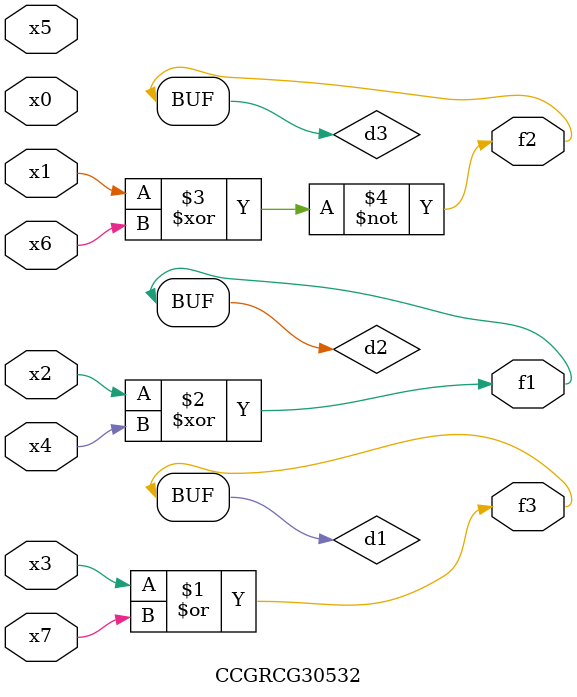
<source format=v>
module CCGRCG30532(
	input x0, x1, x2, x3, x4, x5, x6, x7,
	output f1, f2, f3
);

	wire d1, d2, d3;

	or (d1, x3, x7);
	xor (d2, x2, x4);
	xnor (d3, x1, x6);
	assign f1 = d2;
	assign f2 = d3;
	assign f3 = d1;
endmodule

</source>
